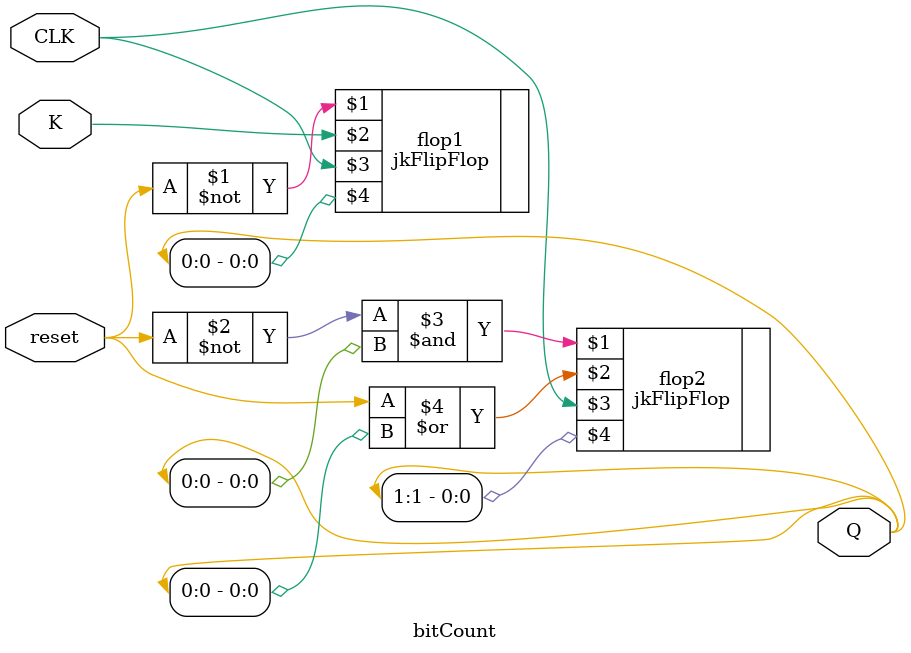
<source format=v>
module bitCount(K, CLK, reset, Q);
  input K;
  input CLK, reset;
  output [1:0] Q;

  jkFlipFlop flop1(~reset, K, CLK, Q[0]);
  jkFlipFlop flop2(~reset & Q[0] , reset | Q[0], CLK, Q[1]);
endmodule
</source>
